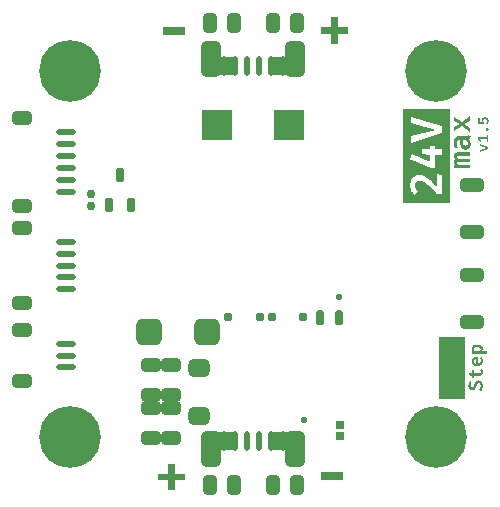
<source format=gts>
G04*
G04 #@! TF.GenerationSoftware,Altium Limited,Altium Designer,22.0.2 (36)*
G04*
G04 Layer_Color=8388736*
%FSLAX25Y25*%
%MOIN*%
G70*
G04*
G04 #@! TF.SameCoordinates,B24A499B-10B0-4348-9313-877DE5855C24*
G04*
G04*
G04 #@! TF.FilePolarity,Negative*
G04*
G01*
G75*
G04:AMPARAMS|DCode=28|XSize=85.04mil|YSize=88.98mil|CornerRadius=21.26mil|HoleSize=0mil|Usage=FLASHONLY|Rotation=0.000|XOffset=0mil|YOffset=0mil|HoleType=Round|Shape=RoundedRectangle|*
%AMROUNDEDRECTD28*
21,1,0.08504,0.04646,0,0,0.0*
21,1,0.04252,0.08898,0,0,0.0*
1,1,0.04252,0.02126,-0.02323*
1,1,0.04252,-0.02126,-0.02323*
1,1,0.04252,-0.02126,0.02323*
1,1,0.04252,0.02126,0.02323*
%
%ADD28ROUNDEDRECTD28*%
G04:AMPARAMS|DCode=30|XSize=25mil|YSize=50mil|CornerRadius=6.25mil|HoleSize=0mil|Usage=FLASHONLY|Rotation=0.000|XOffset=0mil|YOffset=0mil|HoleType=Round|Shape=RoundedRectangle|*
%AMROUNDEDRECTD30*
21,1,0.02500,0.03750,0,0,0.0*
21,1,0.01250,0.05000,0,0,0.0*
1,1,0.01250,0.00625,-0.01875*
1,1,0.01250,-0.00625,-0.01875*
1,1,0.01250,-0.00625,0.01875*
1,1,0.01250,0.00625,0.01875*
%
%ADD30ROUNDEDRECTD30*%
G04:AMPARAMS|DCode=31|XSize=65mil|YSize=120mil|CornerRadius=16.25mil|HoleSize=0mil|Usage=FLASHONLY|Rotation=180.000|XOffset=0mil|YOffset=0mil|HoleType=Round|Shape=RoundedRectangle|*
%AMROUNDEDRECTD31*
21,1,0.06500,0.08750,0,0,180.0*
21,1,0.03250,0.12000,0,0,180.0*
1,1,0.03250,-0.01625,0.04375*
1,1,0.03250,0.01625,0.04375*
1,1,0.03250,0.01625,-0.04375*
1,1,0.03250,-0.01625,-0.04375*
%
%ADD31ROUNDEDRECTD31*%
%ADD32R,0.06500X0.06000*%
%ADD33R,0.07700X0.02500*%
%ADD34R,0.08900X0.21100*%
%ADD35R,0.10000X0.10000*%
G04:AMPARAMS|DCode=36|XSize=26mil|YSize=26mil|CornerRadius=8mil|HoleSize=0mil|Usage=FLASHONLY|Rotation=0.000|XOffset=0mil|YOffset=0mil|HoleType=Round|Shape=RoundedRectangle|*
%AMROUNDEDRECTD36*
21,1,0.02600,0.01000,0,0,0.0*
21,1,0.01000,0.02600,0,0,0.0*
1,1,0.01600,0.00500,-0.00500*
1,1,0.01600,-0.00500,-0.00500*
1,1,0.01600,-0.00500,0.00500*
1,1,0.01600,0.00500,0.00500*
%
%ADD36ROUNDEDRECTD36*%
G04:AMPARAMS|DCode=37|XSize=29.62mil|YSize=45.37mil|CornerRadius=8.91mil|HoleSize=0mil|Usage=FLASHONLY|Rotation=180.000|XOffset=0mil|YOffset=0mil|HoleType=Round|Shape=RoundedRectangle|*
%AMROUNDEDRECTD37*
21,1,0.02962,0.02756,0,0,180.0*
21,1,0.01181,0.04537,0,0,180.0*
1,1,0.01781,-0.00591,0.01378*
1,1,0.01781,0.00591,0.01378*
1,1,0.01781,0.00591,-0.01378*
1,1,0.01781,-0.00591,-0.01378*
%
%ADD37ROUNDEDRECTD37*%
G04:AMPARAMS|DCode=38|XSize=45.37mil|YSize=65.06mil|CornerRadius=12.84mil|HoleSize=0mil|Usage=FLASHONLY|Rotation=270.000|XOffset=0mil|YOffset=0mil|HoleType=Round|Shape=RoundedRectangle|*
%AMROUNDEDRECTD38*
21,1,0.04537,0.03937,0,0,270.0*
21,1,0.01968,0.06506,0,0,270.0*
1,1,0.02568,-0.01968,-0.00984*
1,1,0.02568,-0.01968,0.00984*
1,1,0.02568,0.01968,0.00984*
1,1,0.02568,0.01968,-0.00984*
%
%ADD38ROUNDEDRECTD38*%
G04:AMPARAMS|DCode=39|XSize=21.75mil|YSize=65.06mil|CornerRadius=6.94mil|HoleSize=0mil|Usage=FLASHONLY|Rotation=90.000|XOffset=0mil|YOffset=0mil|HoleType=Round|Shape=RoundedRectangle|*
%AMROUNDEDRECTD39*
21,1,0.02175,0.05118,0,0,90.0*
21,1,0.00787,0.06506,0,0,90.0*
1,1,0.01387,0.02559,0.00394*
1,1,0.01387,0.02559,-0.00394*
1,1,0.01387,-0.02559,-0.00394*
1,1,0.01387,-0.02559,0.00394*
%
%ADD39ROUNDEDRECTD39*%
G04:AMPARAMS|DCode=40|XSize=46mil|YSize=66mil|CornerRadius=13mil|HoleSize=0mil|Usage=FLASHONLY|Rotation=180.000|XOffset=0mil|YOffset=0mil|HoleType=Round|Shape=RoundedRectangle|*
%AMROUNDEDRECTD40*
21,1,0.04600,0.04000,0,0,180.0*
21,1,0.02000,0.06600,0,0,180.0*
1,1,0.02600,-0.01000,0.02000*
1,1,0.02600,0.01000,0.02000*
1,1,0.02600,0.01000,-0.02000*
1,1,0.02600,-0.01000,-0.02000*
%
%ADD40ROUNDEDRECTD40*%
G04:AMPARAMS|DCode=41|XSize=22mil|YSize=22mil|CornerRadius=11mil|HoleSize=0mil|Usage=FLASHONLY|Rotation=270.000|XOffset=0mil|YOffset=0mil|HoleType=Round|Shape=RoundedRectangle|*
%AMROUNDEDRECTD41*
21,1,0.02200,0.00000,0,0,270.0*
21,1,0.00000,0.02200,0,0,270.0*
1,1,0.02200,0.00000,0.00000*
1,1,0.02200,0.00000,0.00000*
1,1,0.02200,0.00000,0.00000*
1,1,0.02200,0.00000,0.00000*
%
%ADD41ROUNDEDRECTD41*%
G04:AMPARAMS|DCode=42|XSize=45.37mil|YSize=65.06mil|CornerRadius=12.84mil|HoleSize=0mil|Usage=FLASHONLY|Rotation=0.000|XOffset=0mil|YOffset=0mil|HoleType=Round|Shape=RoundedRectangle|*
%AMROUNDEDRECTD42*
21,1,0.04537,0.03937,0,0,0.0*
21,1,0.01968,0.06506,0,0,0.0*
1,1,0.02568,0.00984,-0.01968*
1,1,0.02568,-0.00984,-0.01968*
1,1,0.02568,-0.00984,0.01968*
1,1,0.02568,0.00984,0.01968*
%
%ADD42ROUNDEDRECTD42*%
G04:AMPARAMS|DCode=43|XSize=21.75mil|YSize=65.06mil|CornerRadius=6.94mil|HoleSize=0mil|Usage=FLASHONLY|Rotation=180.000|XOffset=0mil|YOffset=0mil|HoleType=Round|Shape=RoundedRectangle|*
%AMROUNDEDRECTD43*
21,1,0.02175,0.05118,0,0,180.0*
21,1,0.00787,0.06506,0,0,180.0*
1,1,0.01387,-0.00394,0.02559*
1,1,0.01387,0.00394,0.02559*
1,1,0.01387,0.00394,-0.02559*
1,1,0.01387,-0.00394,-0.02559*
%
%ADD43ROUNDEDRECTD43*%
%ADD44R,0.02568X0.02568*%
G04:AMPARAMS|DCode=45|XSize=46mil|YSize=80mil|CornerRadius=13mil|HoleSize=0mil|Usage=FLASHONLY|Rotation=90.000|XOffset=0mil|YOffset=0mil|HoleType=Round|Shape=RoundedRectangle|*
%AMROUNDEDRECTD45*
21,1,0.04600,0.05400,0,0,90.0*
21,1,0.02000,0.08000,0,0,90.0*
1,1,0.02600,0.02700,0.01000*
1,1,0.02600,0.02700,-0.01000*
1,1,0.02600,-0.02700,-0.01000*
1,1,0.02600,-0.02700,0.01000*
%
%ADD45ROUNDEDRECTD45*%
G04:AMPARAMS|DCode=46|XSize=65.06mil|YSize=45.37mil|CornerRadius=12.84mil|HoleSize=0mil|Usage=FLASHONLY|Rotation=180.000|XOffset=0mil|YOffset=0mil|HoleType=Round|Shape=RoundedRectangle|*
%AMROUNDEDRECTD46*
21,1,0.06506,0.01968,0,0,180.0*
21,1,0.03937,0.04537,0,0,180.0*
1,1,0.02568,-0.01968,0.00984*
1,1,0.02568,0.01968,0.00984*
1,1,0.02568,0.01968,-0.00984*
1,1,0.02568,-0.01968,-0.00984*
%
%ADD46ROUNDEDRECTD46*%
G04:AMPARAMS|DCode=47|XSize=61mil|YSize=71mil|CornerRadius=16.75mil|HoleSize=0mil|Usage=FLASHONLY|Rotation=90.000|XOffset=0mil|YOffset=0mil|HoleType=Round|Shape=RoundedRectangle|*
%AMROUNDEDRECTD47*
21,1,0.06100,0.03750,0,0,90.0*
21,1,0.02750,0.07100,0,0,90.0*
1,1,0.03350,0.01875,0.01375*
1,1,0.03350,0.01875,-0.01375*
1,1,0.03350,-0.01875,-0.01375*
1,1,0.03350,-0.01875,0.01375*
%
%ADD47ROUNDEDRECTD47*%
G04:AMPARAMS|DCode=48|XSize=25.68mil|YSize=29.62mil|CornerRadius=7.92mil|HoleSize=0mil|Usage=FLASHONLY|Rotation=90.000|XOffset=0mil|YOffset=0mil|HoleType=Round|Shape=RoundedRectangle|*
%AMROUNDEDRECTD48*
21,1,0.02568,0.01378,0,0,90.0*
21,1,0.00984,0.02962,0,0,90.0*
1,1,0.01584,0.00689,0.00492*
1,1,0.01584,0.00689,-0.00492*
1,1,0.01584,-0.00689,-0.00492*
1,1,0.01584,-0.00689,0.00492*
%
%ADD48ROUNDEDRECTD48*%
%ADD49C,0.20600*%
G36*
X65500Y16983D02*
X49854D01*
Y48156D01*
X65500D01*
Y16983D01*
D02*
G37*
G36*
X72378Y44332D02*
X70267Y43110D01*
X72378Y41899D01*
Y40521D01*
X69556Y42388D01*
X67012Y40732D01*
Y42154D01*
X68834Y43154D01*
X67012Y44154D01*
Y45520D01*
X69511Y43910D01*
X72378Y45765D01*
Y44332D01*
D02*
G37*
G36*
X72500Y39232D02*
Y39221D01*
X72489Y39188D01*
Y39143D01*
X72478Y39077D01*
X72456Y39010D01*
X72433Y38921D01*
X72378Y38732D01*
X72289Y38532D01*
X72167Y38332D01*
X72089Y38255D01*
X72000Y38177D01*
X71911Y38110D01*
X71800Y38066D01*
X71811Y38055D01*
X71856Y38032D01*
X71911Y37977D01*
X71989Y37910D01*
X72078Y37821D01*
X72156Y37710D01*
X72245Y37577D01*
X72322Y37421D01*
X72333Y37399D01*
X72344Y37343D01*
X72378Y37255D01*
X72411Y37132D01*
X72444Y36988D01*
X72467Y36821D01*
X72489Y36644D01*
X72500Y36455D01*
Y36377D01*
X72489Y36321D01*
Y36244D01*
X72478Y36166D01*
X72444Y35977D01*
X72389Y35766D01*
X72311Y35544D01*
X72200Y35333D01*
X72044Y35133D01*
X72033D01*
X72022Y35110D01*
X71956Y35055D01*
X71856Y34977D01*
X71711Y34888D01*
X71533Y34799D01*
X71322Y34722D01*
X71078Y34666D01*
X70945Y34655D01*
X70800Y34644D01*
X70789D01*
X70767D01*
X70722D01*
X70656Y34655D01*
X70589Y34666D01*
X70500Y34677D01*
X70311Y34733D01*
X70100Y34811D01*
X69989Y34866D01*
X69878Y34933D01*
X69778Y35010D01*
X69667Y35099D01*
X69567Y35199D01*
X69478Y35322D01*
X69467Y35333D01*
X69456Y35355D01*
X69434Y35388D01*
X69400Y35444D01*
X69367Y35522D01*
X69334Y35599D01*
X69289Y35699D01*
X69245Y35810D01*
X69200Y35944D01*
X69156Y36077D01*
X69123Y36233D01*
X69089Y36399D01*
X69056Y36588D01*
X69034Y36777D01*
X69011Y36988D01*
Y37843D01*
X68767D01*
X68745D01*
X68700D01*
X68623Y37832D01*
X68523Y37810D01*
X68423Y37777D01*
X68312Y37732D01*
X68223Y37666D01*
X68134Y37577D01*
X68123Y37566D01*
X68100Y37532D01*
X68067Y37466D01*
X68034Y37388D01*
X68001Y37277D01*
X67967Y37144D01*
X67945Y36988D01*
X67934Y36799D01*
Y36699D01*
X67945Y36621D01*
Y36533D01*
X67956Y36421D01*
X67978Y36310D01*
X68001Y36177D01*
Y36166D01*
X68012Y36110D01*
X68023Y36044D01*
X68045Y35944D01*
X68078Y35822D01*
X68111Y35677D01*
X68145Y35522D01*
X68189Y35355D01*
X67267Y35044D01*
Y35055D01*
X67245Y35088D01*
X67234Y35144D01*
X67200Y35221D01*
X67178Y35310D01*
X67145Y35410D01*
X67112Y35533D01*
X67067Y35666D01*
X67001Y35955D01*
X66934Y36277D01*
X66889Y36621D01*
X66878Y36966D01*
Y37066D01*
X66889Y37144D01*
Y37232D01*
X66901Y37332D01*
X66934Y37566D01*
X66989Y37832D01*
X67078Y38099D01*
X67200Y38355D01*
X67267Y38466D01*
X67356Y38577D01*
Y38588D01*
X67378Y38599D01*
X67445Y38666D01*
X67556Y38754D01*
X67700Y38855D01*
X67889Y38954D01*
X68123Y39043D01*
X68389Y39110D01*
X68545Y39121D01*
X68700Y39132D01*
X71022D01*
X71034D01*
X71067D01*
X71111D01*
X71167Y39143D01*
X71300Y39166D01*
X71356Y39177D01*
X71411Y39199D01*
X71433Y39210D01*
X71456Y39232D01*
X71478Y39266D01*
X71511Y39310D01*
X71544Y39366D01*
X71578Y39432D01*
X71611Y39521D01*
X72500Y39232D01*
D02*
G37*
G36*
X72378Y32588D02*
X68589D01*
X68567D01*
X68523D01*
X68456D01*
X68367Y32577D01*
X68189Y32566D01*
X68111Y32555D01*
X68056Y32533D01*
X68045D01*
X68034Y32522D01*
X67989Y32489D01*
X67945Y32433D01*
X67923Y32388D01*
Y32333D01*
X67934Y32277D01*
X67945Y32211D01*
X67978Y32122D01*
X68034Y32022D01*
X68111Y31911D01*
X68223Y31789D01*
X68367Y31677D01*
X72378D01*
Y30589D01*
X68589D01*
X68567D01*
X68523D01*
X68456D01*
X68367Y30578D01*
X68189Y30566D01*
X68111Y30555D01*
X68056Y30533D01*
X68045D01*
X68034Y30522D01*
X67989Y30489D01*
X67945Y30433D01*
X67923Y30389D01*
Y30333D01*
X67934Y30278D01*
X67945Y30211D01*
X67978Y30122D01*
X68034Y30022D01*
X68111Y29911D01*
X68223Y29789D01*
X68367Y29678D01*
X72378D01*
Y28500D01*
X67012D01*
Y29511D01*
X67567Y29566D01*
X67556D01*
X67512Y29589D01*
X67456Y29611D01*
X67389Y29655D01*
X67312Y29700D01*
X67223Y29766D01*
X67145Y29844D01*
X67067Y29944D01*
X67056Y29955D01*
X67034Y29989D01*
X67012Y30055D01*
X66967Y30133D01*
X66934Y30233D01*
X66912Y30344D01*
X66889Y30466D01*
X66878Y30611D01*
Y30678D01*
X66889Y30733D01*
X66912Y30855D01*
X66956Y31011D01*
X67034Y31166D01*
X67089Y31244D01*
X67145Y31322D01*
X67223Y31389D01*
X67312Y31444D01*
X67412Y31500D01*
X67523Y31533D01*
X67512Y31544D01*
X67478Y31555D01*
X67423Y31589D01*
X67356Y31633D01*
X67289Y31688D01*
X67212Y31755D01*
X67134Y31844D01*
X67067Y31944D01*
X67056Y31955D01*
X67034Y32000D01*
X67012Y32055D01*
X66967Y32144D01*
X66934Y32244D01*
X66912Y32366D01*
X66889Y32489D01*
X66878Y32633D01*
Y32722D01*
X66901Y32811D01*
X66923Y32933D01*
X66967Y33066D01*
X67034Y33200D01*
X67123Y33333D01*
X67245Y33455D01*
X67256Y33466D01*
X67312Y33500D01*
X67400Y33555D01*
X67523Y33611D01*
X67689Y33655D01*
X67901Y33711D01*
X68145Y33744D01*
X68278Y33755D01*
X68434D01*
X72378D01*
Y32588D01*
D02*
G37*
G36*
X28336Y75590D02*
X31649D01*
Y73350D01*
X28336D01*
Y70000D01*
X26041D01*
Y73350D01*
X22727D01*
Y75590D01*
X26041D01*
Y78959D01*
X28336D01*
Y75590D01*
D02*
G37*
G36*
X74828Y-30331D02*
X74902D01*
X74983Y-30346D01*
X75072Y-30353D01*
X75175Y-30368D01*
X75390Y-30413D01*
X75619Y-30479D01*
X75730Y-30516D01*
X75841Y-30568D01*
X75945Y-30620D01*
X76049Y-30686D01*
X76056Y-30694D01*
X76071Y-30701D01*
X76093Y-30723D01*
X76130Y-30753D01*
X76167Y-30790D01*
X76211Y-30834D01*
X76256Y-30886D01*
X76308Y-30945D01*
X76352Y-31019D01*
X76404Y-31093D01*
X76448Y-31182D01*
X76485Y-31271D01*
X76522Y-31375D01*
X76544Y-31486D01*
X76559Y-31597D01*
X76567Y-31722D01*
Y-31774D01*
X76559Y-31811D01*
X76552Y-31863D01*
X76544Y-31915D01*
X76522Y-32033D01*
X76478Y-32166D01*
X76411Y-32300D01*
X76367Y-32366D01*
X76315Y-32425D01*
X76263Y-32477D01*
X76197Y-32529D01*
X77802D01*
X77891Y-33395D01*
X72911D01*
Y-32633D01*
X73348Y-32603D01*
X73340Y-32596D01*
X73311Y-32581D01*
X73266Y-32559D01*
X73214Y-32514D01*
X73148Y-32462D01*
X73089Y-32403D01*
X73029Y-32322D01*
X72970Y-32226D01*
X72963Y-32211D01*
X72948Y-32181D01*
X72926Y-32122D01*
X72896Y-32048D01*
X72867Y-31959D01*
X72844Y-31863D01*
X72830Y-31752D01*
X72822Y-31641D01*
Y-31582D01*
X72837Y-31523D01*
X72852Y-31434D01*
X72881Y-31338D01*
X72918Y-31227D01*
X72978Y-31108D01*
X73052Y-30982D01*
X73155Y-30857D01*
X73274Y-30738D01*
X73348Y-30686D01*
X73429Y-30627D01*
X73518Y-30575D01*
X73607Y-30531D01*
X73710Y-30487D01*
X73821Y-30442D01*
X73940Y-30413D01*
X74073Y-30383D01*
X74213Y-30353D01*
X74361Y-30339D01*
X74517Y-30324D01*
X74687D01*
X74694D01*
X74724D01*
X74768D01*
X74828Y-30331D01*
D02*
G37*
G36*
X74791Y-34357D02*
X74857Y-34364D01*
X74998Y-34379D01*
Y-36658D01*
X75005D01*
X75013D01*
X75035Y-36651D01*
X75064D01*
X75138Y-36636D01*
X75235Y-36614D01*
X75338Y-36577D01*
X75449Y-36532D01*
X75553Y-36473D01*
X75649Y-36392D01*
X75656Y-36377D01*
X75686Y-36347D01*
X75723Y-36296D01*
X75760Y-36222D01*
X75804Y-36133D01*
X75841Y-36029D01*
X75871Y-35918D01*
X75878Y-35785D01*
Y-35748D01*
X75871Y-35696D01*
Y-35637D01*
X75864Y-35570D01*
X75849Y-35496D01*
X75812Y-35341D01*
X75804Y-35334D01*
X75797Y-35304D01*
X75782Y-35260D01*
X75753Y-35200D01*
X75723Y-35134D01*
X75679Y-35052D01*
X75634Y-34956D01*
X75575Y-34860D01*
X76100Y-34497D01*
X76108Y-34512D01*
X76137Y-34542D01*
X76182Y-34601D01*
X76234Y-34675D01*
X76293Y-34764D01*
X76352Y-34875D01*
X76411Y-34986D01*
X76456Y-35112D01*
X76463Y-35126D01*
X76470Y-35171D01*
X76493Y-35237D01*
X76507Y-35326D01*
X76530Y-35430D01*
X76552Y-35548D01*
X76559Y-35681D01*
X76567Y-35815D01*
Y-35896D01*
X76559Y-35948D01*
X76552Y-36022D01*
X76537Y-36096D01*
X76522Y-36185D01*
X76500Y-36281D01*
X76478Y-36384D01*
X76441Y-36488D01*
X76404Y-36592D01*
X76352Y-36703D01*
X76293Y-36806D01*
X76226Y-36910D01*
X76145Y-37006D01*
X76056Y-37095D01*
X76049Y-37102D01*
X76034Y-37117D01*
X76004Y-37139D01*
X75960Y-37161D01*
X75908Y-37198D01*
X75849Y-37235D01*
X75775Y-37280D01*
X75693Y-37317D01*
X75605Y-37361D01*
X75501Y-37406D01*
X75390Y-37443D01*
X75264Y-37472D01*
X75138Y-37502D01*
X74998Y-37524D01*
X74850Y-37539D01*
X74694Y-37546D01*
X74687D01*
X74672D01*
X74643D01*
X74606D01*
X74561Y-37539D01*
X74502D01*
X74376Y-37524D01*
X74228Y-37502D01*
X74073Y-37465D01*
X73903Y-37420D01*
X73740Y-37354D01*
X73732D01*
X73718Y-37346D01*
X73695Y-37332D01*
X73666Y-37317D01*
X73592Y-37272D01*
X73496Y-37206D01*
X73385Y-37124D01*
X73274Y-37028D01*
X73163Y-36917D01*
X73066Y-36784D01*
Y-36777D01*
X73059Y-36769D01*
X73044Y-36747D01*
X73029Y-36717D01*
X72992Y-36636D01*
X72941Y-36532D01*
X72896Y-36407D01*
X72859Y-36251D01*
X72830Y-36088D01*
X72822Y-35903D01*
Y-35837D01*
X72830Y-35785D01*
X72837Y-35726D01*
X72844Y-35652D01*
X72859Y-35578D01*
X72881Y-35489D01*
X72941Y-35311D01*
X72978Y-35215D01*
X73022Y-35119D01*
X73081Y-35030D01*
X73148Y-34941D01*
X73222Y-34853D01*
X73303Y-34771D01*
X73311Y-34764D01*
X73325Y-34756D01*
X73355Y-34734D01*
X73392Y-34705D01*
X73436Y-34675D01*
X73496Y-34638D01*
X73570Y-34601D01*
X73644Y-34557D01*
X73732Y-34520D01*
X73836Y-34483D01*
X73940Y-34446D01*
X74058Y-34416D01*
X74184Y-34386D01*
X74317Y-34364D01*
X74458Y-34357D01*
X74606Y-34349D01*
X74613D01*
X74643D01*
X74680D01*
X74731D01*
X74791Y-34357D01*
D02*
G37*
G36*
X76271Y-38397D02*
X76293Y-38427D01*
X76315Y-38479D01*
X76352Y-38538D01*
X76389Y-38612D01*
X76426Y-38701D01*
X76463Y-38789D01*
X76493Y-38893D01*
Y-38908D01*
X76507Y-38937D01*
X76515Y-38989D01*
X76530Y-39063D01*
X76544Y-39145D01*
X76552Y-39241D01*
X76567Y-39344D01*
Y-39515D01*
X76559Y-39559D01*
Y-39611D01*
X76552Y-39670D01*
X76530Y-39811D01*
X76485Y-39966D01*
X76433Y-40121D01*
X76352Y-40277D01*
X76308Y-40351D01*
X76248Y-40417D01*
X76241D01*
X76234Y-40432D01*
X76189Y-40469D01*
X76115Y-40521D01*
X76019Y-40580D01*
X75893Y-40647D01*
X75745Y-40699D01*
X75575Y-40736D01*
X75479Y-40743D01*
X75375Y-40750D01*
X73577D01*
Y-41520D01*
X72911D01*
Y-40750D01*
X72149D01*
X72053Y-39892D01*
X72911D01*
Y-38723D01*
X73577Y-38812D01*
Y-39892D01*
X75368D01*
X75383D01*
X75412D01*
X75457Y-39885D01*
X75508Y-39877D01*
X75575Y-39862D01*
X75634Y-39840D01*
X75693Y-39811D01*
X75745Y-39766D01*
X75753Y-39759D01*
X75760Y-39744D01*
X75782Y-39714D01*
X75804Y-39670D01*
X75827Y-39611D01*
X75841Y-39537D01*
X75856Y-39455D01*
X75864Y-39352D01*
Y-39293D01*
X75856Y-39233D01*
X75841Y-39145D01*
X75819Y-39048D01*
X75790Y-38930D01*
X75745Y-38812D01*
X75686Y-38686D01*
X76263Y-38390D01*
X76271Y-38397D01*
D02*
G37*
G36*
X75301Y-42275D02*
X75397Y-42297D01*
X75516Y-42319D01*
X75642Y-42356D01*
X75775Y-42408D01*
X75901Y-42482D01*
X75915Y-42489D01*
X75952Y-42519D01*
X76012Y-42571D01*
X76078Y-42637D01*
X76160Y-42726D01*
X76241Y-42837D01*
X76322Y-42963D01*
X76396Y-43104D01*
Y-43111D01*
X76404Y-43118D01*
X76411Y-43148D01*
X76426Y-43178D01*
X76433Y-43215D01*
X76448Y-43259D01*
X76478Y-43377D01*
X76515Y-43518D01*
X76537Y-43681D01*
X76559Y-43858D01*
X76567Y-44058D01*
Y-44103D01*
X76559Y-44162D01*
Y-44236D01*
X76544Y-44325D01*
X76530Y-44428D01*
X76515Y-44547D01*
X76485Y-44672D01*
X76448Y-44813D01*
X76404Y-44954D01*
X76352Y-45094D01*
X76293Y-45235D01*
X76219Y-45383D01*
X76130Y-45523D01*
X76026Y-45657D01*
X75915Y-45782D01*
X75375Y-45301D01*
X75383Y-45294D01*
X75397Y-45279D01*
X75420Y-45250D01*
X75449Y-45205D01*
X75486Y-45153D01*
X75531Y-45094D01*
X75568Y-45020D01*
X75612Y-44946D01*
X75664Y-44857D01*
X75701Y-44761D01*
X75782Y-44547D01*
X75812Y-44436D01*
X75834Y-44310D01*
X75849Y-44191D01*
X75856Y-44058D01*
Y-43992D01*
X75849Y-43925D01*
X75834Y-43836D01*
X75812Y-43740D01*
X75782Y-43636D01*
X75745Y-43533D01*
X75686Y-43437D01*
X75679Y-43429D01*
X75656Y-43400D01*
X75612Y-43363D01*
X75560Y-43311D01*
X75486Y-43266D01*
X75405Y-43229D01*
X75301Y-43200D01*
X75190Y-43192D01*
X75183D01*
X75161D01*
X75124D01*
X75079Y-43200D01*
X74983Y-43222D01*
X74887Y-43266D01*
X74879D01*
X74865Y-43281D01*
X74842Y-43296D01*
X74813Y-43326D01*
X74776Y-43355D01*
X74739Y-43400D01*
X74694Y-43451D01*
X74657Y-43518D01*
X74650Y-43525D01*
X74643Y-43555D01*
X74620Y-43592D01*
X74591Y-43659D01*
X74561Y-43733D01*
X74524Y-43829D01*
X74487Y-43940D01*
X74450Y-44066D01*
Y-44073D01*
X74443Y-44095D01*
X74428Y-44140D01*
X74406Y-44191D01*
X74384Y-44251D01*
X74361Y-44325D01*
X74332Y-44406D01*
X74295Y-44495D01*
X74213Y-44680D01*
X74125Y-44865D01*
X74014Y-45042D01*
X73962Y-45124D01*
X73903Y-45198D01*
X73895Y-45205D01*
X73888Y-45213D01*
X73843Y-45257D01*
X73769Y-45316D01*
X73673Y-45383D01*
X73547Y-45449D01*
X73399Y-45509D01*
X73237Y-45553D01*
X73140Y-45560D01*
X73044Y-45568D01*
X73037D01*
X73029D01*
X73007D01*
X72978D01*
X72911Y-45553D01*
X72822Y-45538D01*
X72719Y-45516D01*
X72600Y-45479D01*
X72489Y-45427D01*
X72378Y-45361D01*
X72363Y-45353D01*
X72326Y-45324D01*
X72275Y-45272D01*
X72208Y-45205D01*
X72134Y-45124D01*
X72060Y-45028D01*
X71993Y-44909D01*
X71927Y-44783D01*
Y-44776D01*
X71919Y-44769D01*
X71912Y-44746D01*
X71905Y-44717D01*
X71875Y-44643D01*
X71845Y-44539D01*
X71816Y-44421D01*
X71786Y-44280D01*
X71771Y-44125D01*
X71764Y-43955D01*
Y-43910D01*
X71771Y-43866D01*
Y-43799D01*
X71779Y-43718D01*
X71794Y-43622D01*
X71816Y-43518D01*
X71838Y-43407D01*
X71868Y-43281D01*
X71912Y-43155D01*
X71956Y-43022D01*
X72016Y-42896D01*
X72082Y-42763D01*
X72164Y-42630D01*
X72260Y-42504D01*
X72363Y-42378D01*
X72881Y-42837D01*
X72874Y-42845D01*
X72867Y-42859D01*
X72844Y-42889D01*
X72822Y-42926D01*
X72785Y-42970D01*
X72756Y-43022D01*
X72719Y-43089D01*
X72682Y-43155D01*
X72608Y-43318D01*
X72541Y-43496D01*
X72497Y-43696D01*
X72489Y-43799D01*
X72482Y-43910D01*
Y-43969D01*
X72489Y-44029D01*
X72497Y-44103D01*
X72519Y-44191D01*
X72541Y-44288D01*
X72578Y-44376D01*
X72622Y-44458D01*
X72630Y-44465D01*
X72645Y-44487D01*
X72674Y-44524D01*
X72719Y-44554D01*
X72770Y-44591D01*
X72837Y-44628D01*
X72911Y-44650D01*
X73000Y-44658D01*
X73007D01*
X73022D01*
X73052Y-44650D01*
X73089D01*
X73177Y-44621D01*
X73222Y-44606D01*
X73266Y-44576D01*
X73274Y-44569D01*
X73288Y-44561D01*
X73303Y-44539D01*
X73333Y-44502D01*
X73362Y-44465D01*
X73399Y-44413D01*
X73436Y-44347D01*
X73473Y-44273D01*
X73481Y-44265D01*
X73488Y-44236D01*
X73510Y-44184D01*
X73540Y-44117D01*
X73570Y-44029D01*
X73607Y-43918D01*
X73651Y-43792D01*
X73695Y-43651D01*
Y-43644D01*
X73703Y-43622D01*
X73718Y-43585D01*
X73732Y-43540D01*
X73755Y-43488D01*
X73777Y-43422D01*
X73836Y-43274D01*
X73910Y-43111D01*
X73999Y-42941D01*
X74102Y-42778D01*
X74221Y-42630D01*
Y-42623D01*
X74236Y-42615D01*
X74280Y-42571D01*
X74354Y-42512D01*
X74458Y-42445D01*
X74583Y-42378D01*
X74746Y-42327D01*
X74931Y-42282D01*
X75035Y-42275D01*
X75146Y-42267D01*
X75153D01*
X75168D01*
X75190D01*
X75220D01*
X75301Y-42275D01*
D02*
G37*
G36*
X77390Y45422D02*
X77429D01*
X77512Y45405D01*
X77612Y45389D01*
X77717Y45361D01*
X77828Y45322D01*
X77934Y45267D01*
X77939D01*
X77945Y45261D01*
X77978Y45239D01*
X78028Y45200D01*
X78089Y45156D01*
X78156Y45089D01*
X78228Y45011D01*
X78295Y44923D01*
X78356Y44823D01*
Y44817D01*
X78361Y44811D01*
X78367Y44795D01*
X78378Y44773D01*
X78400Y44712D01*
X78428Y44634D01*
X78456Y44540D01*
X78478Y44423D01*
X78494Y44301D01*
X78500Y44162D01*
Y44134D01*
X78494Y44101D01*
Y44057D01*
X78483Y44001D01*
X78472Y43935D01*
X78461Y43863D01*
X78439Y43785D01*
X78411Y43701D01*
X78383Y43613D01*
X78345Y43524D01*
X78295Y43435D01*
X78239Y43341D01*
X78178Y43252D01*
X78100Y43163D01*
X78017Y43080D01*
X77656Y43457D01*
X77662Y43463D01*
X77667Y43474D01*
X77684Y43491D01*
X77706Y43513D01*
X77728Y43541D01*
X77756Y43574D01*
X77817Y43657D01*
X77878Y43762D01*
X77928Y43879D01*
X77951Y43940D01*
X77961Y44007D01*
X77973Y44073D01*
X77978Y44140D01*
Y44151D01*
X77973Y44190D01*
X77967Y44240D01*
X77956Y44306D01*
X77934Y44379D01*
X77906Y44451D01*
X77862Y44523D01*
X77806Y44589D01*
X77795Y44595D01*
X77773Y44617D01*
X77734Y44645D01*
X77679Y44673D01*
X77606Y44706D01*
X77518Y44728D01*
X77418Y44750D01*
X77301Y44756D01*
X77296D01*
X77284D01*
X77268D01*
X77246D01*
X77190Y44750D01*
X77118Y44739D01*
X77040Y44723D01*
X76963Y44695D01*
X76890Y44662D01*
X76829Y44617D01*
X76824Y44612D01*
X76807Y44595D01*
X76779Y44562D01*
X76752Y44523D01*
X76729Y44467D01*
X76702Y44406D01*
X76685Y44334D01*
X76679Y44251D01*
Y44212D01*
X76685Y44184D01*
X76691Y44118D01*
X76707Y44034D01*
Y44029D01*
X76713Y44018D01*
X76718Y43996D01*
X76729Y43962D01*
X76740Y43929D01*
X76757Y43885D01*
X76796Y43785D01*
Y43319D01*
X74964D01*
Y45311D01*
X75470Y45233D01*
Y43940D01*
X76313D01*
X76308Y43951D01*
X76291Y43973D01*
X76274Y44018D01*
X76247Y44079D01*
X76224Y44151D01*
X76208Y44234D01*
X76191Y44334D01*
X76186Y44445D01*
Y44495D01*
X76191Y44545D01*
X76202Y44617D01*
X76219Y44695D01*
X76247Y44778D01*
X76280Y44867D01*
X76324Y44950D01*
X76330Y44961D01*
X76346Y44989D01*
X76380Y45028D01*
X76424Y45078D01*
X76480Y45133D01*
X76546Y45195D01*
X76624Y45250D01*
X76713Y45300D01*
X76724Y45305D01*
X76757Y45322D01*
X76807Y45339D01*
X76879Y45366D01*
X76968Y45389D01*
X77068Y45405D01*
X77179Y45422D01*
X77301Y45428D01*
X77307D01*
X77318D01*
X77334D01*
X77362D01*
X77390Y45422D01*
D02*
G37*
G36*
X78056Y41803D02*
X78106Y41792D01*
X78167Y41770D01*
X78228Y41748D01*
X78289Y41709D01*
X78350Y41659D01*
X78356Y41654D01*
X78372Y41631D01*
X78400Y41598D01*
X78422Y41559D01*
X78450Y41504D01*
X78478Y41437D01*
X78494Y41365D01*
X78500Y41287D01*
Y41248D01*
X78494Y41210D01*
X78483Y41160D01*
X78461Y41099D01*
X78439Y41037D01*
X78400Y40976D01*
X78350Y40915D01*
X78345Y40910D01*
X78322Y40893D01*
X78289Y40865D01*
X78245Y40843D01*
X78195Y40815D01*
X78128Y40788D01*
X78056Y40771D01*
X77978Y40766D01*
X77967D01*
X77945D01*
X77906Y40771D01*
X77856Y40782D01*
X77795Y40804D01*
X77740Y40827D01*
X77679Y40865D01*
X77617Y40915D01*
X77612Y40921D01*
X77595Y40943D01*
X77567Y40976D01*
X77540Y41021D01*
X77518Y41071D01*
X77490Y41137D01*
X77473Y41210D01*
X77468Y41287D01*
Y41326D01*
X77473Y41365D01*
X77484Y41415D01*
X77506Y41476D01*
X77529Y41537D01*
X77567Y41598D01*
X77617Y41659D01*
X77623Y41665D01*
X77645Y41681D01*
X77679Y41709D01*
X77717Y41737D01*
X77773Y41759D01*
X77834Y41787D01*
X77900Y41803D01*
X77978Y41809D01*
X77989D01*
X78017D01*
X78056Y41803D01*
D02*
G37*
G36*
X78439Y37319D02*
X77917D01*
Y38146D01*
X75625D01*
X76080Y37430D01*
X75636Y37164D01*
X74964Y38235D01*
Y38790D01*
X77917D01*
Y39461D01*
X78439D01*
Y37319D01*
D02*
G37*
G36*
Y35637D02*
Y34933D01*
X75758Y34000D01*
Y34683D01*
X77884Y35293D01*
X75758Y35915D01*
Y36570D01*
X78439Y35637D01*
D02*
G37*
G36*
X-26041Y-73350D02*
X-22727D01*
Y-75590D01*
X-26041D01*
Y-78959D01*
X-28336D01*
Y-75590D01*
X-31649D01*
Y-73350D01*
X-28336D01*
Y-70000D01*
X-26041D01*
Y-73350D01*
D02*
G37*
%LPC*%
G36*
X63000Y45656D02*
Y42391D01*
X52571Y45656D01*
D01*
Y36976D01*
X63000Y40242D01*
Y36976D01*
X52571D01*
X63000D01*
Y45656D01*
D02*
G37*
G36*
Y35960D02*
Y34744D01*
X60668D01*
Y35960D01*
X59102D01*
Y34744D01*
X56403D01*
Y33045D01*
X59102Y32878D01*
Y30679D01*
X52971Y33244D01*
X52354Y31629D01*
X59351Y28646D01*
X52354D01*
Y31629D01*
Y28646D01*
X63000D01*
D01*
X60668D01*
Y32861D01*
X63000D01*
Y35960D01*
D02*
G37*
G36*
Y26480D02*
Y26281D01*
X61401Y26480D01*
D01*
Y21882D01*
X61167Y22182D01*
X60934Y22466D01*
X60718Y22732D01*
X60501Y22982D01*
X60301Y23215D01*
X60101Y23432D01*
X59918Y23615D01*
X59768Y23798D01*
X59618Y23948D01*
X59485Y24081D01*
X59368Y24198D01*
X59268Y24298D01*
X59185Y24365D01*
X59135Y24415D01*
X59102Y24448D01*
X59085Y24465D01*
X58702Y24798D01*
X58335Y25064D01*
X58019Y25298D01*
X57735Y25498D01*
X57502Y25631D01*
X57319Y25731D01*
X57252Y25764D01*
X57202Y25798D01*
X57186Y25814D01*
X57169D01*
X56836Y25964D01*
X56519Y26064D01*
X56219Y26147D01*
X55936Y26197D01*
X55703Y26231D01*
X55536Y26247D01*
X55453D01*
X55403D01*
X55386D01*
X55370D01*
X55070Y26231D01*
X54787Y26181D01*
X54520Y26114D01*
X54303Y26047D01*
X54120Y25981D01*
X53970Y25914D01*
X53887Y25864D01*
X53854Y25847D01*
X53604Y25681D01*
X53404Y25498D01*
X53204Y25298D01*
X53054Y25114D01*
X52937Y24948D01*
X52837Y24814D01*
X52787Y24715D01*
X52771Y24698D01*
Y24681D01*
X52637Y24381D01*
X52538Y24081D01*
X52471Y23782D01*
X52421Y23498D01*
X52388Y23248D01*
X52371Y23049D01*
Y22882D01*
X52388Y22482D01*
X52438Y22116D01*
X52504Y21782D01*
X52571Y21499D01*
X52654Y21266D01*
X52721Y21099D01*
X52754Y21033D01*
X52771Y20983D01*
X52787Y20966D01*
Y20949D01*
X52954Y20650D01*
X53154Y20383D01*
X53370Y20133D01*
X53587Y19917D01*
X53787Y19733D01*
X53937Y19600D01*
X54004Y19550D01*
X54054Y19517D01*
X54070Y19483D01*
X52371D01*
X63000D01*
Y26480D01*
D02*
G37*
%LPD*%
G36*
X61084Y41341D02*
X52571Y39059D01*
Y43657D01*
X61084Y41341D01*
D02*
G37*
G36*
X55736Y24248D02*
X56003Y24198D01*
X56253Y24148D01*
X56469Y24081D01*
X56652Y23998D01*
X56802Y23948D01*
X56886Y23898D01*
X56902Y23882D01*
X56919D01*
X57186Y23715D01*
X57486Y23532D01*
X57769Y23315D01*
X58052Y23099D01*
X58285Y22899D01*
X58485Y22732D01*
X58552Y22665D01*
X58602Y22615D01*
X58635Y22599D01*
X58652Y22582D01*
X58852Y22399D01*
X59068Y22199D01*
X59535Y21732D01*
X60018Y21266D01*
X60484Y20799D01*
X60701Y20566D01*
X60901Y20366D01*
X61084Y20183D01*
X61234Y20016D01*
X61367Y19883D01*
X61467Y19783D01*
X61534Y19717D01*
X61551Y19700D01*
X63000D01*
Y19483D01*
X54087D01*
X55036Y20716D01*
X54820Y20916D01*
X54653Y21099D01*
X54503Y21266D01*
X54387Y21416D01*
X54303Y21532D01*
X54254Y21616D01*
X54220Y21682D01*
X54203Y21699D01*
X54120Y21866D01*
X54070Y22049D01*
X54020Y22232D01*
X54004Y22399D01*
X53987Y22549D01*
X53970Y22665D01*
Y22765D01*
X53987Y23015D01*
X54037Y23232D01*
X54104Y23415D01*
X54170Y23582D01*
X54237Y23698D01*
X54303Y23798D01*
X54353Y23848D01*
X54370Y23865D01*
X54537Y23998D01*
X54703Y24098D01*
X54887Y24165D01*
X55070Y24215D01*
X55220Y24248D01*
X55353Y24265D01*
X55436D01*
X55470D01*
X55736Y24248D01*
D02*
G37*
%LPC*%
G36*
X70911Y37843D02*
X69889D01*
Y37221D01*
X69900Y37088D01*
X69923Y36944D01*
X69945Y36766D01*
X69989Y36599D01*
X70045Y36444D01*
X70122Y36310D01*
X70134Y36299D01*
X70167Y36266D01*
X70211Y36210D01*
X70289Y36155D01*
X70378Y36099D01*
X70489Y36044D01*
X70622Y36010D01*
X70767Y35999D01*
X70778D01*
X70833D01*
X70900Y36010D01*
X70978Y36021D01*
X71067Y36044D01*
X71167Y36077D01*
X71256Y36121D01*
X71333Y36188D01*
X71345Y36199D01*
X71367Y36221D01*
X71389Y36277D01*
X71422Y36332D01*
X71467Y36421D01*
X71489Y36521D01*
X71511Y36644D01*
X71522Y36777D01*
Y36832D01*
X71511Y36888D01*
X71500Y36966D01*
X71478Y37066D01*
X71456Y37166D01*
X71411Y37266D01*
X71356Y37377D01*
X71345Y37388D01*
X71322Y37421D01*
X71289Y37477D01*
X71233Y37543D01*
X71178Y37621D01*
X71100Y37699D01*
X71011Y37777D01*
X70911Y37843D01*
D02*
G37*
G36*
X74805Y-31227D02*
X74694D01*
X74687D01*
X74665D01*
X74635D01*
X74591D01*
X74539Y-31234D01*
X74480D01*
X74339Y-31249D01*
X74191Y-31264D01*
X74043Y-31293D01*
X73903Y-31330D01*
X73836Y-31352D01*
X73784Y-31382D01*
X73769Y-31389D01*
X73740Y-31412D01*
X73695Y-31449D01*
X73644Y-31500D01*
X73599Y-31560D01*
X73555Y-31641D01*
X73525Y-31737D01*
X73510Y-31841D01*
Y-31878D01*
X73518Y-31915D01*
X73525Y-31967D01*
X73540Y-32026D01*
X73562Y-32092D01*
X73592Y-32159D01*
X73636Y-32226D01*
X73644Y-32233D01*
X73658Y-32255D01*
X73688Y-32285D01*
X73725Y-32329D01*
X73769Y-32381D01*
X73821Y-32425D01*
X73888Y-32477D01*
X73954Y-32529D01*
X75538D01*
X75553Y-32522D01*
X75590Y-32485D01*
X75649Y-32440D01*
X75708Y-32366D01*
X75767Y-32285D01*
X75827Y-32174D01*
X75864Y-32055D01*
X75871Y-31989D01*
X75878Y-31915D01*
Y-31900D01*
X75871Y-31856D01*
X75864Y-31796D01*
X75841Y-31722D01*
X75812Y-31641D01*
X75760Y-31552D01*
X75693Y-31478D01*
X75605Y-31404D01*
X75590Y-31397D01*
X75553Y-31375D01*
X75479Y-31345D01*
X75383Y-31315D01*
X75323Y-31301D01*
X75257Y-31286D01*
X75183Y-31271D01*
X75101Y-31256D01*
X75013Y-31241D01*
X74916Y-31234D01*
X74805Y-31227D01*
D02*
G37*
G36*
X74376Y-35193D02*
X74369D01*
X74361D01*
X74339D01*
X74310Y-35200D01*
X74236Y-35208D01*
X74139Y-35223D01*
X74043Y-35245D01*
X73932Y-35282D01*
X73829Y-35334D01*
X73732Y-35393D01*
X73725Y-35400D01*
X73695Y-35422D01*
X73658Y-35467D01*
X73607Y-35526D01*
X73562Y-35593D01*
X73525Y-35681D01*
X73496Y-35785D01*
X73488Y-35903D01*
Y-35955D01*
X73503Y-36014D01*
X73518Y-36088D01*
X73547Y-36170D01*
X73584Y-36259D01*
X73644Y-36347D01*
X73725Y-36429D01*
X73732Y-36436D01*
X73769Y-36458D01*
X73821Y-36495D01*
X73895Y-36532D01*
X73991Y-36577D01*
X74102Y-36614D01*
X74228Y-36643D01*
X74376Y-36666D01*
Y-35193D01*
D02*
G37*
%LPD*%
D28*
X-34646Y-26000D02*
D03*
X-15354D02*
D03*
D30*
X28547Y-21500D02*
D03*
X22454D02*
D03*
D31*
X14000Y-65000D02*
D03*
X-14000D02*
D03*
X14000Y65000D02*
D03*
X-14000D02*
D03*
D32*
X-9250Y-62500D02*
D03*
X9250D02*
D03*
Y62500D02*
D03*
X-9250D02*
D03*
D33*
X26350Y-74250D02*
D03*
X-26350Y74250D02*
D03*
D34*
X66141Y-38033D02*
D03*
D35*
X12000Y43000D02*
D03*
X-12000D02*
D03*
D36*
X-54000Y19700D02*
D03*
Y15700D02*
D03*
D37*
X-48040Y16295D02*
D03*
X-40560D02*
D03*
X-44300Y26105D02*
D03*
D38*
X-77000Y45063D02*
D03*
Y16000D02*
D03*
Y-25500D02*
D03*
Y-42500D02*
D03*
Y8500D02*
D03*
Y-16500D02*
D03*
D39*
X-62500Y24626D02*
D03*
Y32500D02*
D03*
Y28563D02*
D03*
Y36437D02*
D03*
Y40374D02*
D03*
Y20689D02*
D03*
Y-30063D02*
D03*
Y-34000D02*
D03*
Y-37937D02*
D03*
Y-11874D02*
D03*
Y-4000D02*
D03*
Y-7937D02*
D03*
Y-63D02*
D03*
Y3874D02*
D03*
D40*
X6500Y-77000D02*
D03*
X-6500D02*
D03*
X6500Y77000D02*
D03*
X-6500D02*
D03*
D41*
X28500Y-14501D02*
D03*
X17000Y-55500D02*
D03*
D42*
X-14532Y-77000D02*
D03*
X14532D02*
D03*
Y77000D02*
D03*
X-14532D02*
D03*
D43*
X5906Y-62500D02*
D03*
X-1969D02*
D03*
X1969D02*
D03*
X-5906D02*
D03*
X-9843D02*
D03*
X9843D02*
D03*
X-5906Y62500D02*
D03*
X1969D02*
D03*
X-1969D02*
D03*
X5906D02*
D03*
X9843D02*
D03*
X-9843D02*
D03*
D44*
X29000Y-57300D02*
D03*
Y-60700D02*
D03*
D45*
X73000Y-7200D02*
D03*
Y-22800D02*
D03*
Y7200D02*
D03*
Y22800D02*
D03*
D46*
X-27500Y-61500D02*
D03*
X-27500Y-51500D02*
D03*
X-34000Y-61500D02*
D03*
X-34000Y-51500D02*
D03*
X-34000Y-37000D02*
D03*
X-34000Y-47000D02*
D03*
X-27500Y-37000D02*
D03*
X-27500Y-47000D02*
D03*
D47*
X-18000Y-38000D02*
D03*
Y-54000D02*
D03*
D48*
X2234Y-21000D02*
D03*
X-8234D02*
D03*
X16734D02*
D03*
X6266D02*
D03*
D49*
X-61024Y-61024D02*
D03*
X61024D02*
D03*
Y61024D02*
D03*
X-61024D02*
D03*
M02*

</source>
